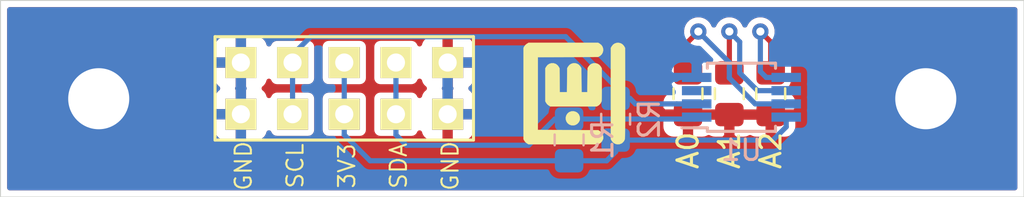
<source format=kicad_pcb>
(kicad_pcb (version 20171130) (host pcbnew 5.1.5-52549c5~84~ubuntu18.04.1)

  (general
    (thickness 1.6)
    (drawings 9)
    (tracks 52)
    (zones 0)
    (modules 10)
    (nets 9)
  )

  (page A4)
  (layers
    (0 F.Cu signal)
    (31 B.Cu signal)
    (32 B.Adhes user)
    (33 F.Adhes user)
    (34 B.Paste user)
    (35 F.Paste user)
    (36 B.SilkS user)
    (37 F.SilkS user)
    (38 B.Mask user)
    (39 F.Mask user)
    (40 Dwgs.User user)
    (41 Cmts.User user)
    (42 Eco1.User user)
    (43 Eco2.User user)
    (44 Edge.Cuts user)
    (45 Margin user)
    (46 B.CrtYd user hide)
    (47 F.CrtYd user hide)
    (48 B.Fab user hide)
    (49 F.Fab user hide)
  )

  (setup
    (last_trace_width 0.254)
    (user_trace_width 0.254)
    (user_trace_width 0.5)
    (trace_clearance 0.2)
    (zone_clearance 0.508)
    (zone_45_only no)
    (trace_min 0.2)
    (via_size 0.8)
    (via_drill 0.4)
    (via_min_size 0.4)
    (via_min_drill 0.3)
    (uvia_size 0.3)
    (uvia_drill 0.1)
    (uvias_allowed no)
    (uvia_min_size 0.2)
    (uvia_min_drill 0.1)
    (edge_width 0.05)
    (segment_width 0.2)
    (pcb_text_width 0.3)
    (pcb_text_size 1.5 1.5)
    (mod_edge_width 0.12)
    (mod_text_size 1 1)
    (mod_text_width 0.15)
    (pad_size 1.524 1.524)
    (pad_drill 0.762)
    (pad_to_mask_clearance 0.051)
    (solder_mask_min_width 0.25)
    (aux_axis_origin 0 0)
    (visible_elements FFFFFF7F)
    (pcbplotparams
      (layerselection 0x010fc_ffffffff)
      (usegerberextensions false)
      (usegerberattributes false)
      (usegerberadvancedattributes false)
      (creategerberjobfile true)
      (excludeedgelayer true)
      (linewidth 0.100000)
      (plotframeref false)
      (viasonmask false)
      (mode 1)
      (useauxorigin false)
      (hpglpennumber 1)
      (hpglpenspeed 20)
      (hpglpendiameter 15.000000)
      (psnegative false)
      (psa4output false)
      (plotreference true)
      (plotvalue true)
      (plotinvisibletext false)
      (padsonsilk false)
      (subtractmaskfromsilk false)
      (outputformat 1)
      (mirror false)
      (drillshape 0)
      (scaleselection 1)
      (outputdirectory "gerber/"))
  )

  (net 0 "")
  (net 1 GND)
  (net 2 /sda)
  (net 3 +3V3)
  (net 4 /scl)
  (net 5 "Net-(J2-Pad2)")
  (net 6 "Net-(J3-Pad2)")
  (net 7 "Net-(J4-Pad2)")
  (net 8 "Net-(U1-Pad3)")

  (net_class Default "This is the default net class."
    (clearance 0.2)
    (trace_width 0.25)
    (via_dia 0.8)
    (via_drill 0.4)
    (uvia_dia 0.3)
    (uvia_drill 0.1)
    (add_net +3V3)
    (add_net /scl)
    (add_net /sda)
    (add_net GND)
    (add_net "Net-(J2-Pad2)")
    (add_net "Net-(J3-Pad2)")
    (add_net "Net-(J4-Pad2)")
    (add_net "Net-(U1-Pad3)")
  )

  (module silk_screen:logo_5mm (layer F.Cu) (tedit 0) (tstamp 5E183E25)
    (at 145.288 101.346 90)
    (fp_text reference G*** (at 0 0 90) (layer F.SilkS) hide
      (effects (font (size 1.524 1.524) (thickness 0.3)))
    )
    (fp_text value LOGO (at 0.75 0 90) (layer F.SilkS) hide
      (effects (font (size 1.524 1.524) (thickness 0.3)))
    )
    (fp_poly (pts (xy -1.080185 -0.394483) (xy -0.994524 -0.344406) (xy -0.925098 -0.268145) (xy -0.912582 -0.247705)
      (xy -0.875328 -0.149173) (xy -0.868367 -0.046173) (xy -0.889793 0.053607) (xy -0.937703 0.14248)
      (xy -1.01019 0.212759) (xy -1.029777 0.225273) (xy -1.112354 0.260389) (xy -1.202743 0.277812)
      (xy -1.285969 0.275187) (xy -1.309995 0.269304) (xy -1.410444 0.22055) (xy -1.48805 0.14931)
      (xy -1.540444 0.061527) (xy -1.565255 -0.036853) (xy -1.560114 -0.139886) (xy -1.522649 -0.241627)
      (xy -1.517407 -0.250865) (xy -1.451114 -0.332239) (xy -1.367543 -0.387252) (xy -1.273397 -0.415941)
      (xy -1.175376 -0.418339) (xy -1.080185 -0.394483)) (layer F.SilkS) (width 0.01))
    (fp_poly (pts (xy 1.320944 -1.377516) (xy 1.403486 -1.31109) (xy 1.460543 -1.22501) (xy 1.49025 -1.126487)
      (xy 1.490747 -1.022733) (xy 1.460169 -0.92096) (xy 1.445857 -0.893924) (xy 1.385289 -0.818042)
      (xy 1.320944 -0.768963) (xy 1.243169 -0.724437) (xy 0.071549 -0.713681) (xy 0.071549 -0.359559)
      (xy 1.243169 -0.348803) (xy 1.320944 -0.304277) (xy 1.403242 -0.238625) (xy 1.459181 -0.155434)
      (xy 1.488728 -0.061387) (xy 1.491853 0.036832) (xy 1.468521 0.132542) (xy 1.418702 0.219058)
      (xy 1.342364 0.289698) (xy 1.323854 0.301367) (xy 1.243169 0.348803) (xy 0.071549 0.359559)
      (xy 0.071549 0.642131) (xy 1.243169 0.652887) (xy 1.320944 0.697413) (xy 1.403242 0.763065)
      (xy 1.459181 0.846256) (xy 1.488728 0.940303) (xy 1.491853 1.038522) (xy 1.468521 1.134232)
      (xy 1.418702 1.220748) (xy 1.342364 1.291389) (xy 1.323854 1.303057) (xy 1.243169 1.350493)
      (xy 0.456127 1.353784) (xy 0.290013 1.354138) (xy 0.13362 1.353818) (xy -0.009136 1.35288)
      (xy -0.134341 1.351377) (xy -0.238079 1.349367) (xy -0.316434 1.346904) (xy -0.365492 1.344042)
      (xy -0.379855 1.341983) (xy -0.481275 1.293607) (xy -0.561873 1.219689) (xy -0.590963 1.176975)
      (xy -0.635 1.10007) (xy -0.635 -1.17162) (xy -0.587564 -1.252305) (xy -0.527074 -1.328071)
      (xy -0.462353 -1.377516) (xy -0.384578 -1.422042) (xy 1.243169 -1.422042) (xy 1.320944 -1.377516)) (layer F.SilkS) (width 0.01))
    (fp_poly (pts (xy 2.322634 -2.450756) (xy 2.397063 -2.391603) (xy 2.447845 -2.325545) (xy 2.495282 -2.244859)
      (xy 2.495282 1.17162) (xy 2.447845 1.252305) (xy 2.381195 1.333967) (xy 2.297327 1.389103)
      (xy 2.202926 1.417745) (xy 2.104674 1.419925) (xy 2.009254 1.395676) (xy 1.92335 1.345028)
      (xy 1.853644 1.268015) (xy 1.842202 1.249395) (xy 1.797676 1.17162) (xy 1.792804 -0.308556)
      (xy 1.787931 -1.788733) (xy -1.787932 -1.788733) (xy -1.792804 -0.308556) (xy -1.797676 1.17162)
      (xy -1.842202 1.249395) (xy -1.903294 1.324322) (xy -1.985623 1.381319) (xy -2.079577 1.41641)
      (xy -2.175544 1.425614) (xy -2.240136 1.414092) (xy -2.342711 1.364387) (xy -2.423268 1.28985)
      (xy -2.451245 1.248524) (xy -2.495282 1.17162) (xy -2.495282 -2.244859) (xy -2.447846 -2.325545)
      (xy -2.387356 -2.40131) (xy -2.322634 -2.450756) (xy -2.244859 -2.495282) (xy 2.244859 -2.495282)
      (xy 2.322634 -2.450756)) (layer F.SilkS) (width 0.01))
    (fp_poly (pts (xy 2.322634 1.842202) (xy 2.404615 1.907694) (xy 2.460384 1.990821) (xy 2.489941 2.084872)
      (xy 2.493287 2.183135) (xy 2.470421 2.278899) (xy 2.421343 2.365453) (xy 2.346053 2.436085)
      (xy 2.322634 2.450755) (xy 2.244859 2.495282) (xy 0.026831 2.498357) (xy -0.252759 2.498625)
      (xy -0.522938 2.498654) (xy -0.781493 2.498453) (xy -1.02621 2.498034) (xy -1.254873 2.49741)
      (xy -1.46527 2.496591) (xy -1.655185 2.495588) (xy -1.822404 2.494415) (xy -1.964713 2.493081)
      (xy -2.079898 2.491599) (xy -2.165744 2.48998) (xy -2.220038 2.488235) (xy -2.240136 2.486555)
      (xy -2.340825 2.438882) (xy -2.420949 2.365653) (xy -2.450724 2.321764) (xy -2.488345 2.221852)
      (xy -2.494548 2.11789) (xy -2.471313 2.017292) (xy -2.420621 1.927471) (xy -2.344451 1.855842)
      (xy -2.322634 1.842202) (xy -2.244859 1.797676) (xy 2.244859 1.797676) (xy 2.322634 1.842202)) (layer F.SilkS) (width 0.01))
  )

  (module Package_SO:MSOP-8_3x3mm_P0.65mm (layer B.Cu) (tedit 5A02F25C) (tstamp 5E183722)
    (at 153.502 101.529)
    (descr "8-Lead Plastic Micro Small Outline Package (MS) [MSOP] (see Microchip Packaging Specification 00000049BS.pdf)")
    (tags "SSOP 0.65")
    (path /5E17B528)
    (attr smd)
    (fp_text reference U1 (at 0 2.6 180) (layer B.SilkS)
      (effects (font (size 1 1) (thickness 0.15)) (justify mirror))
    )
    (fp_text value MCP9804_MSOP (at 0 -2.6 180) (layer B.Fab)
      (effects (font (size 1 1) (thickness 0.15)) (justify mirror))
    )
    (fp_text user %R (at 0 0 180) (layer B.Fab)
      (effects (font (size 0.6 0.6) (thickness 0.15)) (justify mirror))
    )
    (fp_line (start -1.675 1.5) (end -2.925 1.5) (layer B.SilkS) (width 0.15))
    (fp_line (start -1.675 -1.675) (end 1.675 -1.675) (layer B.SilkS) (width 0.15))
    (fp_line (start -1.675 1.675) (end 1.675 1.675) (layer B.SilkS) (width 0.15))
    (fp_line (start -1.675 -1.675) (end -1.675 -1.425) (layer B.SilkS) (width 0.15))
    (fp_line (start 1.675 -1.675) (end 1.675 -1.425) (layer B.SilkS) (width 0.15))
    (fp_line (start 1.675 1.675) (end 1.675 1.425) (layer B.SilkS) (width 0.15))
    (fp_line (start -1.675 1.675) (end -1.675 1.5) (layer B.SilkS) (width 0.15))
    (fp_line (start -3.2 -1.85) (end 3.2 -1.85) (layer B.CrtYd) (width 0.05))
    (fp_line (start -3.2 1.85) (end 3.2 1.85) (layer B.CrtYd) (width 0.05))
    (fp_line (start 3.2 1.85) (end 3.2 -1.85) (layer B.CrtYd) (width 0.05))
    (fp_line (start -3.2 1.85) (end -3.2 -1.85) (layer B.CrtYd) (width 0.05))
    (fp_line (start -1.5 0.5) (end -0.5 1.5) (layer B.Fab) (width 0.15))
    (fp_line (start -1.5 -1.5) (end -1.5 0.5) (layer B.Fab) (width 0.15))
    (fp_line (start 1.5 -1.5) (end -1.5 -1.5) (layer B.Fab) (width 0.15))
    (fp_line (start 1.5 1.5) (end 1.5 -1.5) (layer B.Fab) (width 0.15))
    (fp_line (start -0.5 1.5) (end 1.5 1.5) (layer B.Fab) (width 0.15))
    (pad 8 smd rect (at 2.2 0.975) (size 1.45 0.45) (layers B.Cu B.Paste B.Mask)
      (net 3 +3V3))
    (pad 7 smd rect (at 2.2 0.325) (size 1.45 0.45) (layers B.Cu B.Paste B.Mask)
      (net 5 "Net-(J2-Pad2)"))
    (pad 6 smd rect (at 2.2 -0.325) (size 1.45 0.45) (layers B.Cu B.Paste B.Mask)
      (net 6 "Net-(J3-Pad2)"))
    (pad 5 smd rect (at 2.2 -0.975) (size 1.45 0.45) (layers B.Cu B.Paste B.Mask)
      (net 7 "Net-(J4-Pad2)"))
    (pad 4 smd rect (at -2.2 -0.975) (size 1.45 0.45) (layers B.Cu B.Paste B.Mask)
      (net 1 GND))
    (pad 3 smd rect (at -2.2 -0.325) (size 1.45 0.45) (layers B.Cu B.Paste B.Mask)
      (net 8 "Net-(U1-Pad3)"))
    (pad 2 smd rect (at -2.2 0.325) (size 1.45 0.45) (layers B.Cu B.Paste B.Mask)
      (net 4 /scl))
    (pad 1 smd rect (at -2.2 0.975) (size 1.45 0.45) (layers B.Cu B.Paste B.Mask)
      (net 2 /sda))
    (model ${KISYS3DMOD}/Package_SO.3dshapes/MSOP-8_3x3mm_P0.65mm.wrl
      (at (xyz 0 0 0))
      (scale (xyz 1 1 1))
      (rotate (xyz 0 0 0))
    )
  )

  (module Resistor_SMD:R_0805_2012Metric_Pad1.15x1.40mm_HandSolder (layer B.Cu) (tedit 5B36C52B) (tstamp 5E183705)
    (at 147.32 102.607 90)
    (descr "Resistor SMD 0805 (2012 Metric), square (rectangular) end terminal, IPC_7351 nominal with elongated pad for handsoldering. (Body size source: https://docs.google.com/spreadsheets/d/1BsfQQcO9C6DZCsRaXUlFlo91Tg2WpOkGARC1WS5S8t0/edit?usp=sharing), generated with kicad-footprint-generator")
    (tags "resistor handsolder")
    (path /5E193A94)
    (attr smd)
    (fp_text reference R2 (at 0 1.65 90) (layer B.SilkS)
      (effects (font (size 1 1) (thickness 0.15)) (justify mirror))
    )
    (fp_text value 4k7 (at 0 -1.65 90) (layer B.Fab)
      (effects (font (size 1 1) (thickness 0.15)) (justify mirror))
    )
    (fp_text user %R (at 0 0 90) (layer B.Fab)
      (effects (font (size 0.5 0.5) (thickness 0.08)) (justify mirror))
    )
    (fp_line (start 1.85 -0.95) (end -1.85 -0.95) (layer B.CrtYd) (width 0.05))
    (fp_line (start 1.85 0.95) (end 1.85 -0.95) (layer B.CrtYd) (width 0.05))
    (fp_line (start -1.85 0.95) (end 1.85 0.95) (layer B.CrtYd) (width 0.05))
    (fp_line (start -1.85 -0.95) (end -1.85 0.95) (layer B.CrtYd) (width 0.05))
    (fp_line (start -0.261252 -0.71) (end 0.261252 -0.71) (layer B.SilkS) (width 0.12))
    (fp_line (start -0.261252 0.71) (end 0.261252 0.71) (layer B.SilkS) (width 0.12))
    (fp_line (start 1 -0.6) (end -1 -0.6) (layer B.Fab) (width 0.1))
    (fp_line (start 1 0.6) (end 1 -0.6) (layer B.Fab) (width 0.1))
    (fp_line (start -1 0.6) (end 1 0.6) (layer B.Fab) (width 0.1))
    (fp_line (start -1 -0.6) (end -1 0.6) (layer B.Fab) (width 0.1))
    (pad 2 smd roundrect (at 1.025 0 90) (size 1.15 1.4) (layers B.Cu B.Paste B.Mask) (roundrect_rratio 0.217391)
      (net 4 /scl))
    (pad 1 smd roundrect (at -1.025 0 90) (size 1.15 1.4) (layers B.Cu B.Paste B.Mask) (roundrect_rratio 0.217391)
      (net 3 +3V3))
    (model ${KISYS3DMOD}/Resistor_SMD.3dshapes/R_0805_2012Metric.wrl
      (at (xyz 0 0 0))
      (scale (xyz 1 1 1))
      (rotate (xyz 0 0 0))
    )
  )

  (module Resistor_SMD:R_0805_2012Metric_Pad1.15x1.40mm_HandSolder (layer B.Cu) (tedit 5B36C52B) (tstamp 5E1836F4)
    (at 145.034 103.623 90)
    (descr "Resistor SMD 0805 (2012 Metric), square (rectangular) end terminal, IPC_7351 nominal with elongated pad for handsoldering. (Body size source: https://docs.google.com/spreadsheets/d/1BsfQQcO9C6DZCsRaXUlFlo91Tg2WpOkGARC1WS5S8t0/edit?usp=sharing), generated with kicad-footprint-generator")
    (tags "resistor handsolder")
    (path /5E19357F)
    (attr smd)
    (fp_text reference R1 (at 0 1.65 90) (layer B.SilkS)
      (effects (font (size 1 1) (thickness 0.15)) (justify mirror))
    )
    (fp_text value 4k7 (at 0 -1.65 90) (layer B.Fab)
      (effects (font (size 1 1) (thickness 0.15)) (justify mirror))
    )
    (fp_text user %R (at 0 0 90) (layer B.Fab)
      (effects (font (size 0.5 0.5) (thickness 0.08)) (justify mirror))
    )
    (fp_line (start 1.85 -0.95) (end -1.85 -0.95) (layer B.CrtYd) (width 0.05))
    (fp_line (start 1.85 0.95) (end 1.85 -0.95) (layer B.CrtYd) (width 0.05))
    (fp_line (start -1.85 0.95) (end 1.85 0.95) (layer B.CrtYd) (width 0.05))
    (fp_line (start -1.85 -0.95) (end -1.85 0.95) (layer B.CrtYd) (width 0.05))
    (fp_line (start -0.261252 -0.71) (end 0.261252 -0.71) (layer B.SilkS) (width 0.12))
    (fp_line (start -0.261252 0.71) (end 0.261252 0.71) (layer B.SilkS) (width 0.12))
    (fp_line (start 1 -0.6) (end -1 -0.6) (layer B.Fab) (width 0.1))
    (fp_line (start 1 0.6) (end 1 -0.6) (layer B.Fab) (width 0.1))
    (fp_line (start -1 0.6) (end 1 0.6) (layer B.Fab) (width 0.1))
    (fp_line (start -1 -0.6) (end -1 0.6) (layer B.Fab) (width 0.1))
    (pad 2 smd roundrect (at 1.025 0 90) (size 1.15 1.4) (layers B.Cu B.Paste B.Mask) (roundrect_rratio 0.217391)
      (net 2 /sda))
    (pad 1 smd roundrect (at -1.025 0 90) (size 1.15 1.4) (layers B.Cu B.Paste B.Mask) (roundrect_rratio 0.217391)
      (net 3 +3V3))
    (model ${KISYS3DMOD}/Resistor_SMD.3dshapes/R_0805_2012Metric.wrl
      (at (xyz 0 0 0))
      (scale (xyz 1 1 1))
      (rotate (xyz 0 0 0))
    )
  )

  (module Mlab_Mechanical:MountingHole_3mm placed (layer F.Cu) (tedit 5A99DD0D) (tstamp 5E1836E3)
    (at 162.56 101.6)
    (descr "Mounting hole, Befestigungsbohrung, 3mm, No Annular, Kein Restring,")
    (tags "Mounting hole, Befestigungsbohrung, 3mm, No Annular, Kein Restring,")
    (path /5E17BD67)
    (fp_text reference M2 (at 0 -4.191) (layer F.SilkS) hide
      (effects (font (size 1.524 1.524) (thickness 0.3048)))
    )
    (fp_text value HOLE (at 0 4.191) (layer F.SilkS) hide
      (effects (font (size 1.524 1.524) (thickness 0.3048)))
    )
    (fp_circle (center 0 0) (end 2.99974 0) (layer Cmts.User) (width 0.381))
    (pad 1 thru_hole circle (at 0 0) (size 6 6) (drill 3) (layers *.Cu *.Adhes *.Mask)
      (net 1 GND) (clearance 1) (zone_connect 2))
    (model ${MLAB}/src/3d/mechanical/m3_komplet.step
      (at (xyz 0 0 0))
      (scale (xyz 1 1 1))
      (rotate (xyz 0 0 0))
    )
  )

  (module Mlab_Mechanical:MountingHole_3mm placed (layer F.Cu) (tedit 5A99DD0D) (tstamp 5E1836DD)
    (at 121.92 101.6)
    (descr "Mounting hole, Befestigungsbohrung, 3mm, No Annular, Kein Restring,")
    (tags "Mounting hole, Befestigungsbohrung, 3mm, No Annular, Kein Restring,")
    (path /5E17B9D5)
    (fp_text reference M1 (at 0 -4.191) (layer F.SilkS) hide
      (effects (font (size 1.524 1.524) (thickness 0.3048)))
    )
    (fp_text value HOLE (at 0 4.191) (layer F.SilkS) hide
      (effects (font (size 1.524 1.524) (thickness 0.3048)))
    )
    (fp_circle (center 0 0) (end 2.99974 0) (layer Cmts.User) (width 0.381))
    (pad 1 thru_hole circle (at 0 0) (size 6 6) (drill 3) (layers *.Cu *.Adhes *.Mask)
      (net 1 GND) (clearance 1) (zone_connect 2))
    (model ${MLAB}/src/3d/mechanical/m3_komplet.step
      (at (xyz 0 0 0))
      (scale (xyz 1 1 1))
      (rotate (xyz 0 0 0))
    )
  )

  (module Resistor_SMD:R_0805_2012Metric_Pad1.15x1.40mm_HandSolder (layer F.Cu) (tedit 5B36C52B) (tstamp 5E1836D7)
    (at 154.94 101.355 90)
    (descr "Resistor SMD 0805 (2012 Metric), square (rectangular) end terminal, IPC_7351 nominal with elongated pad for handsoldering. (Body size source: https://docs.google.com/spreadsheets/d/1BsfQQcO9C6DZCsRaXUlFlo91Tg2WpOkGARC1WS5S8t0/edit?usp=sharing), generated with kicad-footprint-generator")
    (tags "resistor handsolder")
    (path /5E18594D)
    (attr smd)
    (fp_text reference A2 (at -2.785 0 90) (layer F.SilkS)
      (effects (font (size 1 1) (thickness 0.15)))
    )
    (fp_text value HEADER_2x01 (at 0 1.65 90) (layer F.Fab) hide
      (effects (font (size 1 1) (thickness 0.15)))
    )
    (fp_text user %R (at 0 0 90) (layer F.Fab) hide
      (effects (font (size 0.5 0.5) (thickness 0.08)))
    )
    (fp_line (start 1.85 0.95) (end -1.85 0.95) (layer F.CrtYd) (width 0.05))
    (fp_line (start 1.85 -0.95) (end 1.85 0.95) (layer F.CrtYd) (width 0.05))
    (fp_line (start -1.85 -0.95) (end 1.85 -0.95) (layer F.CrtYd) (width 0.05))
    (fp_line (start -1.85 0.95) (end -1.85 -0.95) (layer F.CrtYd) (width 0.05))
    (fp_line (start -0.261252 0.71) (end 0.261252 0.71) (layer F.SilkS) (width 0.12))
    (fp_line (start -0.261252 -0.71) (end 0.261252 -0.71) (layer F.SilkS) (width 0.12))
    (fp_line (start 1 0.6) (end -1 0.6) (layer F.Fab) (width 0.1))
    (fp_line (start 1 -0.6) (end 1 0.6) (layer F.Fab) (width 0.1))
    (fp_line (start -1 -0.6) (end 1 -0.6) (layer F.Fab) (width 0.1))
    (fp_line (start -1 0.6) (end -1 -0.6) (layer F.Fab) (width 0.1))
    (pad 2 smd roundrect (at 1.025 0 90) (size 1.15 1.4) (layers F.Cu F.Paste F.Mask) (roundrect_rratio 0.217391)
      (net 7 "Net-(J4-Pad2)"))
    (pad 1 smd roundrect (at -1.025 0 90) (size 1.15 1.4) (layers F.Cu F.Paste F.Mask) (roundrect_rratio 0.217391)
      (net 1 GND))
    (model ${KISYS3DMOD}/Resistor_SMD.3dshapes/R_0805_2012Metric.wrl
      (at (xyz 0 0 0))
      (scale (xyz 1 1 1))
      (rotate (xyz 0 0 0))
    )
  )

  (module Resistor_SMD:R_0805_2012Metric_Pad1.15x1.40mm_HandSolder (layer F.Cu) (tedit 5B36C52B) (tstamp 5E1836C6)
    (at 152.908 101.355 90)
    (descr "Resistor SMD 0805 (2012 Metric), square (rectangular) end terminal, IPC_7351 nominal with elongated pad for handsoldering. (Body size source: https://docs.google.com/spreadsheets/d/1BsfQQcO9C6DZCsRaXUlFlo91Tg2WpOkGARC1WS5S8t0/edit?usp=sharing), generated with kicad-footprint-generator")
    (tags "resistor handsolder")
    (path /5E185559)
    (attr smd)
    (fp_text reference A1 (at -2.785 0 90) (layer F.SilkS)
      (effects (font (size 1 1) (thickness 0.15)))
    )
    (fp_text value HEADER_2x01 (at 0 1.65 90) (layer F.Fab) hide
      (effects (font (size 1 1) (thickness 0.15)))
    )
    (fp_text user %R (at 0 0 90) (layer F.Fab) hide
      (effects (font (size 0.5 0.5) (thickness 0.08)))
    )
    (fp_line (start 1.85 0.95) (end -1.85 0.95) (layer F.CrtYd) (width 0.05))
    (fp_line (start 1.85 -0.95) (end 1.85 0.95) (layer F.CrtYd) (width 0.05))
    (fp_line (start -1.85 -0.95) (end 1.85 -0.95) (layer F.CrtYd) (width 0.05))
    (fp_line (start -1.85 0.95) (end -1.85 -0.95) (layer F.CrtYd) (width 0.05))
    (fp_line (start -0.261252 0.71) (end 0.261252 0.71) (layer F.SilkS) (width 0.12))
    (fp_line (start -0.261252 -0.71) (end 0.261252 -0.71) (layer F.SilkS) (width 0.12))
    (fp_line (start 1 0.6) (end -1 0.6) (layer F.Fab) (width 0.1))
    (fp_line (start 1 -0.6) (end 1 0.6) (layer F.Fab) (width 0.1))
    (fp_line (start -1 -0.6) (end 1 -0.6) (layer F.Fab) (width 0.1))
    (fp_line (start -1 0.6) (end -1 -0.6) (layer F.Fab) (width 0.1))
    (pad 2 smd roundrect (at 1.025 0 90) (size 1.15 1.4) (layers F.Cu F.Paste F.Mask) (roundrect_rratio 0.217391)
      (net 6 "Net-(J3-Pad2)"))
    (pad 1 smd roundrect (at -1.025 0 90) (size 1.15 1.4) (layers F.Cu F.Paste F.Mask) (roundrect_rratio 0.217391)
      (net 1 GND))
    (model ${KISYS3DMOD}/Resistor_SMD.3dshapes/R_0805_2012Metric.wrl
      (at (xyz 0 0 0))
      (scale (xyz 1 1 1))
      (rotate (xyz 0 0 0))
    )
  )

  (module Resistor_SMD:R_0805_2012Metric_Pad1.15x1.40mm_HandSolder (layer F.Cu) (tedit 5B36C52B) (tstamp 5E1836B5)
    (at 150.876 101.355 90)
    (descr "Resistor SMD 0805 (2012 Metric), square (rectangular) end terminal, IPC_7351 nominal with elongated pad for handsoldering. (Body size source: https://docs.google.com/spreadsheets/d/1BsfQQcO9C6DZCsRaXUlFlo91Tg2WpOkGARC1WS5S8t0/edit?usp=sharing), generated with kicad-footprint-generator")
    (tags "resistor handsolder")
    (path /5E185BE5)
    (attr smd)
    (fp_text reference A0 (at -2.785 0 90) (layer F.SilkS)
      (effects (font (size 1 1) (thickness 0.15)))
    )
    (fp_text value HEADER_2x01 (at 0 1.65 90) (layer F.Fab) hide
      (effects (font (size 1 1) (thickness 0.15)))
    )
    (fp_text user %R (at 0 0 90) (layer F.Fab) hide
      (effects (font (size 0.5 0.5) (thickness 0.08)))
    )
    (fp_line (start 1.85 0.95) (end -1.85 0.95) (layer F.CrtYd) (width 0.05))
    (fp_line (start 1.85 -0.95) (end 1.85 0.95) (layer F.CrtYd) (width 0.05))
    (fp_line (start -1.85 -0.95) (end 1.85 -0.95) (layer F.CrtYd) (width 0.05))
    (fp_line (start -1.85 0.95) (end -1.85 -0.95) (layer F.CrtYd) (width 0.05))
    (fp_line (start -0.261252 0.71) (end 0.261252 0.71) (layer F.SilkS) (width 0.12))
    (fp_line (start -0.261252 -0.71) (end 0.261252 -0.71) (layer F.SilkS) (width 0.12))
    (fp_line (start 1 0.6) (end -1 0.6) (layer F.Fab) (width 0.1))
    (fp_line (start 1 -0.6) (end 1 0.6) (layer F.Fab) (width 0.1))
    (fp_line (start -1 -0.6) (end 1 -0.6) (layer F.Fab) (width 0.1))
    (fp_line (start -1 0.6) (end -1 -0.6) (layer F.Fab) (width 0.1))
    (pad 2 smd roundrect (at 1.025 0 90) (size 1.15 1.4) (layers F.Cu F.Paste F.Mask) (roundrect_rratio 0.217391)
      (net 5 "Net-(J2-Pad2)"))
    (pad 1 smd roundrect (at -1.025 0 90) (size 1.15 1.4) (layers F.Cu F.Paste F.Mask) (roundrect_rratio 0.217391)
      (net 1 GND))
    (model ${KISYS3DMOD}/Resistor_SMD.3dshapes/R_0805_2012Metric.wrl
      (at (xyz 0 0 0))
      (scale (xyz 1 1 1))
      (rotate (xyz 0 0 0))
    )
  )

  (module Mlab_Pin_Headers:Straight_2x05 (layer F.Cu) (tedit 5C6D1A14) (tstamp 5E1836A4)
    (at 133.985 101.092 90)
    (descr "pin header straight 2x05")
    (tags "pin header straight 2x05")
    (path /5E17A67A)
    (fp_text reference J1 (at 0 -7.62 90) (layer F.SilkS) hide
      (effects (font (size 1.5 1.5) (thickness 0.15)))
    )
    (fp_text value HEADER_2x05_PARALLEL (at 0 7.62 90) (layer F.SilkS) hide
      (effects (font (size 1.5 1.5) (thickness 0.15)))
    )
    (fp_line (start -2.54 6.35) (end -2.54 -6.35) (layer F.SilkS) (width 0.15))
    (fp_line (start 2.54 6.35) (end -2.54 6.35) (layer F.SilkS) (width 0.15))
    (fp_line (start 2.54 -6.35) (end 2.54 6.35) (layer F.SilkS) (width 0.15))
    (fp_line (start -2.54 -6.35) (end 2.54 -6.35) (layer F.SilkS) (width 0.15))
    (fp_text user 1 (at -2.921 -5.08 90) (layer F.SilkS) hide
      (effects (font (size 0.5 0.5) (thickness 0.05)))
    )
    (pad 10 thru_hole rect (at 1.27 5.08 90) (size 1.524 1.524) (drill 0.889) (layers *.Cu *.Mask F.SilkS)
      (net 1 GND))
    (pad 9 thru_hole rect (at -1.27 5.08 90) (size 1.524 1.524) (drill 0.889) (layers *.Cu *.Mask F.SilkS)
      (net 1 GND))
    (pad 8 thru_hole rect (at 1.27 2.54 90) (size 1.524 1.524) (drill 0.889) (layers *.Cu *.Mask F.SilkS)
      (net 2 /sda))
    (pad 7 thru_hole rect (at -1.27 2.54 90) (size 1.524 1.524) (drill 0.889) (layers *.Cu *.Mask F.SilkS)
      (net 2 /sda))
    (pad 6 thru_hole rect (at 1.27 0 90) (size 1.524 1.524) (drill 0.889) (layers *.Cu *.Mask F.SilkS)
      (net 3 +3V3))
    (pad 5 thru_hole rect (at -1.27 0 90) (size 1.524 1.524) (drill 0.889) (layers *.Cu *.Mask F.SilkS)
      (net 3 +3V3))
    (pad 4 thru_hole rect (at 1.27 -2.54 90) (size 1.524 1.524) (drill 0.889) (layers *.Cu *.Mask F.SilkS)
      (net 4 /scl))
    (pad 3 thru_hole rect (at -1.27 -2.54 90) (size 1.524 1.524) (drill 0.889) (layers *.Cu *.Mask F.SilkS)
      (net 4 /scl))
    (pad 2 thru_hole rect (at 1.27 -5.08 90) (size 1.524 1.524) (drill 0.889) (layers *.Cu *.Mask F.SilkS)
      (net 1 GND))
    (pad 1 thru_hole rect (at -1.27 -5.08 90) (size 1.524 1.524) (drill 0.889) (layers *.Cu *.Mask F.SilkS)
      (net 1 GND))
    (model ${KISYS3DMOD}/Connector_PinHeader_2.54mm.3dshapes/PinHeader_2x05_P2.54mm_Vertical.wrl
      (offset (xyz -1.27 5.08 0))
      (scale (xyz 1 1 1))
      (rotate (xyz 0 0 0))
    )
  )

  (gr_text SCL (at 131.572 104.902 90) (layer F.SilkS) (tstamp 5E1DFA68)
    (effects (font (size 0.8 0.8) (thickness 0.1)))
  )
  (gr_text SDA (at 136.652 104.902 90) (layer F.SilkS) (tstamp 5E1DFA66)
    (effects (font (size 0.8 0.8) (thickness 0.1)))
  )
  (gr_text 3V3 (at 134.112 104.902 90) (layer F.SilkS) (tstamp 5E1DFA62)
    (effects (font (size 0.8 0.8) (thickness 0.1)))
  )
  (gr_text GND (at 139.192 104.902 90) (layer F.SilkS) (tstamp 5E1DFA5A)
    (effects (font (size 0.8 0.8) (thickness 0.1)))
  )
  (gr_text GND (at 129.032 104.902 90) (layer F.SilkS)
    (effects (font (size 0.8 0.8) (thickness 0.1)))
  )
  (gr_line (start 167.386 96.774) (end 167.386 106.426) (layer Edge.Cuts) (width 0.05) (tstamp 5E1837C7))
  (gr_line (start 117.094 96.774) (end 167.386 96.774) (layer Edge.Cuts) (width 0.05))
  (gr_line (start 117.094 106.426) (end 117.094 96.774) (layer Edge.Cuts) (width 0.05))
  (gr_line (start 167.386 106.426) (end 117.094 106.426) (layer Edge.Cuts) (width 0.05))

  (segment (start 151.208 102.598) (end 151.302 102.504) (width 0.254) (layer B.Cu) (net 2))
  (segment (start 145.034 102.598) (end 151.208 102.598) (width 0.254) (layer B.Cu) (net 2))
  (segment (start 136.525 101.934602) (end 136.525 102.362) (width 0.254) (layer B.Cu) (net 2))
  (segment (start 136.525 99.822) (end 136.525 101.934602) (width 0.254) (layer B.Cu) (net 2))
  (segment (start 136.525 103.378) (end 137.033 103.886) (width 0.254) (layer B.Cu) (net 2))
  (segment (start 136.525 102.362) (end 136.525 103.378) (width 0.254) (layer B.Cu) (net 2))
  (segment (start 144.334 102.598) (end 145.034 102.598) (width 0.254) (layer B.Cu) (net 2))
  (segment (start 137.033 103.886) (end 143.046 103.886) (width 0.254) (layer B.Cu) (net 2))
  (segment (start 143.046 103.886) (end 144.334 102.598) (width 0.254) (layer B.Cu) (net 2))
  (segment (start 155.702 102.983) (end 155.702 102.504) (width 0.254) (layer B.Cu) (net 3))
  (segment (start 147.32 103.632) (end 155.053 103.632) (width 0.254) (layer B.Cu) (net 3))
  (segment (start 155.053 103.632) (end 155.702 102.983) (width 0.254) (layer B.Cu) (net 3))
  (segment (start 147.32 104.207) (end 147.32 103.632) (width 0.254) (layer B.Cu) (net 3))
  (segment (start 145.034 104.648) (end 146.879 104.648) (width 0.254) (layer B.Cu) (net 3))
  (segment (start 146.879 104.648) (end 147.32 104.207) (width 0.254) (layer B.Cu) (net 3))
  (segment (start 133.985 99.822) (end 133.985 102.362) (width 0.254) (layer B.Cu) (net 3))
  (segment (start 144.334 104.648) (end 145.034 104.648) (width 0.254) (layer B.Cu) (net 3))
  (segment (start 135.255 104.648) (end 144.334 104.648) (width 0.254) (layer B.Cu) (net 3))
  (segment (start 133.985 102.362) (end 133.985 103.378) (width 0.254) (layer B.Cu) (net 3))
  (segment (start 133.985 103.378) (end 135.255 104.648) (width 0.254) (layer B.Cu) (net 3))
  (segment (start 150.323 101.854) (end 151.302 101.854) (width 0.254) (layer B.Cu) (net 4))
  (segment (start 148.292 101.854) (end 150.323 101.854) (width 0.254) (layer B.Cu) (net 4))
  (segment (start 147.32 101.582) (end 148.02 101.582) (width 0.254) (layer B.Cu) (net 4))
  (segment (start 148.02 101.582) (end 148.292 101.854) (width 0.254) (layer B.Cu) (net 4))
  (segment (start 131.445 102.362) (end 131.445 99.441) (width 0.254) (layer B.Cu) (net 4))
  (segment (start 131.445 99.441) (end 132.334 98.552) (width 0.254) (layer B.Cu) (net 4))
  (segment (start 147.32 101.007) (end 147.32 101.582) (width 0.254) (layer B.Cu) (net 4))
  (segment (start 132.334 98.552) (end 144.865 98.552) (width 0.254) (layer B.Cu) (net 4))
  (segment (start 144.865 98.552) (end 147.32 101.007) (width 0.254) (layer B.Cu) (net 4))
  (segment (start 155.702 101.854) (end 154.178 101.854) (width 0.254) (layer B.Cu) (net 5))
  (segment (start 154.178 101.854) (end 152.908 100.584) (width 0.254) (layer B.Cu) (net 5))
  (segment (start 152.908 100.584) (end 152.908 100.076) (width 0.254) (layer B.Cu) (net 5))
  (segment (start 152.908 100.076) (end 152.908 99.822) (width 0.254) (layer B.Cu) (net 5))
  (segment (start 152.908 99.822) (end 151.384 98.298) (width 0.254) (layer B.Cu) (net 5))
  (segment (start 151.384 98.298) (end 151.384 98.298) (width 0.254) (layer B.Cu) (net 5) (tstamp 5E1DF717))
  (via (at 151.384 98.298) (size 0.8) (drill 0.4) (layers F.Cu B.Cu) (net 5))
  (segment (start 150.876 98.806) (end 151.384 98.298) (width 0.254) (layer F.Cu) (net 5))
  (segment (start 150.876 100.33) (end 150.876 98.806) (width 0.254) (layer F.Cu) (net 5))
  (segment (start 155.702 101.204) (end 154.29 101.204) (width 0.254) (layer B.Cu) (net 6))
  (segment (start 154.29 101.204) (end 153.416 100.33) (width 0.254) (layer B.Cu) (net 6))
  (segment (start 153.416 100.33) (end 153.416 98.806) (width 0.254) (layer B.Cu) (net 6))
  (segment (start 153.416 98.806) (end 152.908 98.298) (width 0.254) (layer B.Cu) (net 6))
  (segment (start 152.908 98.298) (end 152.908 98.298) (width 0.254) (layer B.Cu) (net 6) (tstamp 5E1DF719))
  (via (at 152.908 98.298) (size 0.8) (drill 0.4) (layers F.Cu B.Cu) (net 6))
  (segment (start 152.908 100.33) (end 152.908 98.298) (width 0.254) (layer F.Cu) (net 6))
  (segment (start 154.723 100.554) (end 154.432 100.263) (width 0.254) (layer B.Cu) (net 7))
  (segment (start 155.702 100.554) (end 154.723 100.554) (width 0.254) (layer B.Cu) (net 7))
  (segment (start 154.432 100.263) (end 154.432 98.298) (width 0.254) (layer B.Cu) (net 7))
  (segment (start 154.432 98.298) (end 154.432 98.298) (width 0.254) (layer B.Cu) (net 7) (tstamp 5E1DF71B))
  (via (at 154.432 98.298) (size 0.8) (drill 0.4) (layers F.Cu B.Cu) (net 7))
  (segment (start 154.94 98.806) (end 154.432 98.298) (width 0.254) (layer F.Cu) (net 7))
  (segment (start 154.94 100.33) (end 154.94 98.806) (width 0.254) (layer F.Cu) (net 7))

  (zone (net 1) (net_name GND) (layer B.Cu) (tstamp 0) (hatch edge 0.508)
    (connect_pads (clearance 0.3))
    (min_thickness 0.254)
    (fill yes (arc_segments 32) (thermal_gap 0.508) (thermal_bridge_width 0.508))
    (polygon
      (pts
        (xy 167.386 106.426) (xy 117.094 106.426) (xy 117.094 96.774) (xy 167.386 96.774)
      )
    )
    (filled_polygon
      (pts
        (xy 166.934001 105.974) (xy 117.546 105.974) (xy 117.546 103.124) (xy 127.504928 103.124) (xy 127.517188 103.248482)
        (xy 127.553498 103.36818) (xy 127.612463 103.478494) (xy 127.691815 103.575185) (xy 127.788506 103.654537) (xy 127.89882 103.713502)
        (xy 128.018518 103.749812) (xy 128.143 103.762072) (xy 128.61925 103.759) (xy 128.778 103.60025) (xy 128.778 102.489)
        (xy 127.66675 102.489) (xy 127.508 102.64775) (xy 127.504928 103.124) (xy 117.546 103.124) (xy 117.546 100.584)
        (xy 127.504928 100.584) (xy 127.517188 100.708482) (xy 127.553498 100.82818) (xy 127.612463 100.938494) (xy 127.691815 101.035185)
        (xy 127.761044 101.092) (xy 127.691815 101.148815) (xy 127.612463 101.245506) (xy 127.553498 101.35582) (xy 127.517188 101.475518)
        (xy 127.504928 101.6) (xy 127.508 102.07625) (xy 127.66675 102.235) (xy 128.778 102.235) (xy 128.778 101.12375)
        (xy 128.74625 101.092) (xy 128.778 101.06025) (xy 128.778 99.949) (xy 127.66675 99.949) (xy 127.508 100.10775)
        (xy 127.504928 100.584) (xy 117.546 100.584) (xy 117.546 99.06) (xy 127.504928 99.06) (xy 127.508 99.53625)
        (xy 127.66675 99.695) (xy 128.778 99.695) (xy 128.778 98.58375) (xy 129.032 98.58375) (xy 129.032 99.695)
        (xy 129.052 99.695) (xy 129.052 99.949) (xy 129.032 99.949) (xy 129.032 101.06025) (xy 129.06375 101.092)
        (xy 129.032 101.12375) (xy 129.032 102.235) (xy 129.052 102.235) (xy 129.052 102.489) (xy 129.032 102.489)
        (xy 129.032 103.60025) (xy 129.19075 103.759) (xy 129.667 103.762072) (xy 129.791482 103.749812) (xy 129.91118 103.713502)
        (xy 130.021494 103.654537) (xy 130.118185 103.575185) (xy 130.197537 103.478494) (xy 130.256502 103.36818) (xy 130.28368 103.278587)
        (xy 130.286595 103.288196) (xy 130.326245 103.362376) (xy 130.379605 103.427395) (xy 130.444624 103.480755) (xy 130.518804 103.520405)
        (xy 130.599293 103.544822) (xy 130.683 103.553066) (xy 132.207 103.553066) (xy 132.290707 103.544822) (xy 132.371196 103.520405)
        (xy 132.445376 103.480755) (xy 132.510395 103.427395) (xy 132.563755 103.362376) (xy 132.603405 103.288196) (xy 132.627822 103.207707)
        (xy 132.636066 103.124) (xy 132.636066 101.6) (xy 132.627822 101.516293) (xy 132.603405 101.435804) (xy 132.563755 101.361624)
        (xy 132.510395 101.296605) (xy 132.445376 101.243245) (xy 132.371196 101.203595) (xy 132.290707 101.179178) (xy 132.207 101.170934)
        (xy 131.999 101.170934) (xy 131.999 101.013066) (xy 132.207 101.013066) (xy 132.290707 101.004822) (xy 132.371196 100.980405)
        (xy 132.445376 100.940755) (xy 132.510395 100.887395) (xy 132.563755 100.822376) (xy 132.603405 100.748196) (xy 132.627822 100.667707)
        (xy 132.636066 100.584) (xy 132.636066 99.106) (xy 132.793934 99.106) (xy 132.793934 100.584) (xy 132.802178 100.667707)
        (xy 132.826595 100.748196) (xy 132.866245 100.822376) (xy 132.919605 100.887395) (xy 132.984624 100.940755) (xy 133.058804 100.980405)
        (xy 133.139293 101.004822) (xy 133.223 101.013066) (xy 133.431 101.013066) (xy 133.431001 101.170934) (xy 133.223 101.170934)
        (xy 133.139293 101.179178) (xy 133.058804 101.203595) (xy 132.984624 101.243245) (xy 132.919605 101.296605) (xy 132.866245 101.361624)
        (xy 132.826595 101.435804) (xy 132.802178 101.516293) (xy 132.793934 101.6) (xy 132.793934 103.124) (xy 132.802178 103.207707)
        (xy 132.826595 103.288196) (xy 132.866245 103.362376) (xy 132.919605 103.427395) (xy 132.984624 103.480755) (xy 133.058804 103.520405)
        (xy 133.139293 103.544822) (xy 133.223 103.553066) (xy 133.459178 103.553066) (xy 133.470696 103.591032) (xy 133.522138 103.687275)
        (xy 133.573462 103.749812) (xy 133.591369 103.771632) (xy 133.612505 103.788979) (xy 134.844021 105.020495) (xy 134.861368 105.041632)
        (xy 134.945725 105.110863) (xy 135.041968 105.162305) (xy 135.146397 105.193984) (xy 135.227788 105.202) (xy 135.227797 105.202)
        (xy 135.254999 105.204679) (xy 135.282201 105.202) (xy 143.947261 105.202) (xy 143.956625 105.232868) (xy 144.019377 105.350269)
        (xy 144.103828 105.453172) (xy 144.206731 105.537623) (xy 144.324132 105.600375) (xy 144.45152 105.639018) (xy 144.583999 105.652066)
        (xy 145.484001 105.652066) (xy 145.61648 105.639018) (xy 145.743868 105.600375) (xy 145.861269 105.537623) (xy 145.964172 105.453172)
        (xy 146.048623 105.350269) (xy 146.111375 105.232868) (xy 146.120739 105.202) (xy 146.851796 105.202) (xy 146.879 105.204679)
        (xy 146.906204 105.202) (xy 146.906212 105.202) (xy 146.987603 105.193984) (xy 147.092032 105.162305) (xy 147.188275 105.110863)
        (xy 147.272632 105.041632) (xy 147.289983 105.02049) (xy 147.674408 104.636066) (xy 147.770001 104.636066) (xy 147.90248 104.623018)
        (xy 148.029868 104.584375) (xy 148.147269 104.521623) (xy 148.250172 104.437172) (xy 148.334623 104.334269) (xy 148.397375 104.216868)
        (xy 148.406739 104.186) (xy 155.025796 104.186) (xy 155.053 104.188679) (xy 155.080204 104.186) (xy 155.080212 104.186)
        (xy 155.161603 104.177984) (xy 155.266032 104.146305) (xy 155.362275 104.094863) (xy 155.446632 104.025632) (xy 155.463983 104.00449)
        (xy 156.0745 103.393975) (xy 156.095632 103.376632) (xy 156.112974 103.355501) (xy 156.112979 103.355496) (xy 156.164863 103.292275)
        (xy 156.216305 103.196032) (xy 156.227822 103.158066) (xy 156.427 103.158066) (xy 156.510707 103.149822) (xy 156.591196 103.125405)
        (xy 156.665376 103.085755) (xy 156.730395 103.032395) (xy 156.783755 102.967376) (xy 156.823405 102.893196) (xy 156.847822 102.812707)
        (xy 156.856066 102.729) (xy 156.856066 102.279) (xy 156.847822 102.195293) (xy 156.842879 102.179) (xy 156.847822 102.162707)
        (xy 156.856066 102.079) (xy 156.856066 101.629) (xy 156.847822 101.545293) (xy 156.842879 101.529) (xy 156.847822 101.512707)
        (xy 156.856066 101.429) (xy 156.856066 100.979) (xy 156.847822 100.895293) (xy 156.842879 100.879) (xy 156.847822 100.862707)
        (xy 156.856066 100.779) (xy 156.856066 100.329) (xy 156.847822 100.245293) (xy 156.823405 100.164804) (xy 156.783755 100.090624)
        (xy 156.730395 100.025605) (xy 156.665376 99.972245) (xy 156.591196 99.932595) (xy 156.510707 99.908178) (xy 156.427 99.899934)
        (xy 154.986 99.899934) (xy 154.986 98.913553) (xy 155.074372 98.825181) (xy 155.164877 98.689731) (xy 155.227218 98.539227)
        (xy 155.259 98.379452) (xy 155.259 98.216548) (xy 155.227218 98.056773) (xy 155.164877 97.906269) (xy 155.074372 97.770819)
        (xy 154.959181 97.655628) (xy 154.823731 97.565123) (xy 154.673227 97.502782) (xy 154.513452 97.471) (xy 154.350548 97.471)
        (xy 154.190773 97.502782) (xy 154.040269 97.565123) (xy 153.904819 97.655628) (xy 153.789628 97.770819) (xy 153.699123 97.906269)
        (xy 153.67 97.976578) (xy 153.640877 97.906269) (xy 153.550372 97.770819) (xy 153.435181 97.655628) (xy 153.299731 97.565123)
        (xy 153.149227 97.502782) (xy 152.989452 97.471) (xy 152.826548 97.471) (xy 152.666773 97.502782) (xy 152.516269 97.565123)
        (xy 152.380819 97.655628) (xy 152.265628 97.770819) (xy 152.175123 97.906269) (xy 152.146 97.976578) (xy 152.116877 97.906269)
        (xy 152.026372 97.770819) (xy 151.911181 97.655628) (xy 151.775731 97.565123) (xy 151.625227 97.502782) (xy 151.465452 97.471)
        (xy 151.302548 97.471) (xy 151.142773 97.502782) (xy 150.992269 97.565123) (xy 150.856819 97.655628) (xy 150.741628 97.770819)
        (xy 150.651123 97.906269) (xy 150.588782 98.056773) (xy 150.557 98.216548) (xy 150.557 98.379452) (xy 150.588782 98.539227)
        (xy 150.651123 98.689731) (xy 150.741628 98.825181) (xy 150.856819 98.940372) (xy 150.992269 99.030877) (xy 151.142773 99.093218)
        (xy 151.302548 99.125) (xy 151.427527 99.125) (xy 151.993693 99.691167) (xy 151.58775 99.694) (xy 151.429 99.85275)
        (xy 151.429 100.456) (xy 151.449 100.456) (xy 151.449 100.549934) (xy 150.577 100.549934) (xy 150.493293 100.558178)
        (xy 150.412804 100.582595) (xy 150.338624 100.622245) (xy 150.302368 100.652) (xy 150.10075 100.652) (xy 149.942 100.81075)
        (xy 149.953156 100.912996) (xy 149.991285 101.032127) (xy 150.051922 101.141531) (xy 150.132737 101.237003) (xy 150.147934 101.249092)
        (xy 150.147934 101.3) (xy 148.521473 101.3) (xy 148.445853 101.22438) (xy 148.436018 101.12452) (xy 148.397375 100.997132)
        (xy 148.334623 100.879731) (xy 148.250172 100.776828) (xy 148.147269 100.692377) (xy 148.029868 100.629625) (xy 147.90248 100.590982)
        (xy 147.770001 100.577934) (xy 147.674408 100.577934) (xy 147.393724 100.29725) (xy 149.942 100.29725) (xy 150.10075 100.456)
        (xy 151.175 100.456) (xy 151.175 99.85275) (xy 151.01625 99.694) (xy 150.586715 99.691002) (xy 150.462061 99.701366)
        (xy 150.341825 99.735849) (xy 150.230625 99.793126) (xy 150.132737 99.870997) (xy 150.051922 99.966469) (xy 149.991285 100.075873)
        (xy 149.953156 100.195004) (xy 149.942 100.29725) (xy 147.393724 100.29725) (xy 145.275983 98.17951) (xy 145.258632 98.158368)
        (xy 145.174275 98.089137) (xy 145.078032 98.037695) (xy 144.973603 98.006016) (xy 144.892212 97.998) (xy 144.892204 97.998)
        (xy 144.865 97.995321) (xy 144.837796 97.998) (xy 132.361204 97.998) (xy 132.334 97.995321) (xy 132.306796 97.998)
        (xy 132.306788 97.998) (xy 132.234765 98.005093) (xy 132.225396 98.006016) (xy 132.120967 98.037695) (xy 132.024725 98.089137)
        (xy 131.961504 98.141021) (xy 131.961499 98.141026) (xy 131.940368 98.158368) (xy 131.923026 98.1795) (xy 131.471592 98.630934)
        (xy 130.683 98.630934) (xy 130.599293 98.639178) (xy 130.518804 98.663595) (xy 130.444624 98.703245) (xy 130.379605 98.756605)
        (xy 130.326245 98.821624) (xy 130.286595 98.895804) (xy 130.28368 98.905413) (xy 130.256502 98.81582) (xy 130.197537 98.705506)
        (xy 130.118185 98.608815) (xy 130.021494 98.529463) (xy 129.91118 98.470498) (xy 129.791482 98.434188) (xy 129.667 98.421928)
        (xy 129.19075 98.425) (xy 129.032 98.58375) (xy 128.778 98.58375) (xy 128.61925 98.425) (xy 128.143 98.421928)
        (xy 128.018518 98.434188) (xy 127.89882 98.470498) (xy 127.788506 98.529463) (xy 127.691815 98.608815) (xy 127.612463 98.705506)
        (xy 127.553498 98.81582) (xy 127.517188 98.935518) (xy 127.504928 99.06) (xy 117.546 99.06) (xy 117.546 97.226)
        (xy 166.934 97.226)
      )
    )
    (filled_polygon
      (pts
        (xy 146.352202 100.822675) (xy 146.305377 100.879731) (xy 146.242625 100.997132) (xy 146.203982 101.12452) (xy 146.190934 101.256999)
        (xy 146.190934 101.907001) (xy 146.203982 102.03948) (xy 146.205353 102.044) (xy 146.120739 102.044) (xy 146.111375 102.013132)
        (xy 146.048623 101.895731) (xy 145.964172 101.792828) (xy 145.861269 101.708377) (xy 145.743868 101.645625) (xy 145.61648 101.606982)
        (xy 145.484001 101.593934) (xy 144.583999 101.593934) (xy 144.45152 101.606982) (xy 144.324132 101.645625) (xy 144.206731 101.708377)
        (xy 144.103828 101.792828) (xy 144.019377 101.895731) (xy 143.956625 102.013132) (xy 143.917982 102.14052) (xy 143.908147 102.240379)
        (xy 142.816527 103.332) (xy 140.427477 103.332) (xy 140.452812 103.248482) (xy 140.465072 103.124) (xy 140.462 102.64775)
        (xy 140.30325 102.489) (xy 139.192 102.489) (xy 139.192 102.509) (xy 138.938 102.509) (xy 138.938 102.489)
        (xy 138.918 102.489) (xy 138.918 102.235) (xy 138.938 102.235) (xy 138.938 101.12375) (xy 138.90625 101.092)
        (xy 138.938 101.06025) (xy 138.938 99.949) (xy 139.192 99.949) (xy 139.192 101.06025) (xy 139.22375 101.092)
        (xy 139.192 101.12375) (xy 139.192 102.235) (xy 140.30325 102.235) (xy 140.462 102.07625) (xy 140.465072 101.6)
        (xy 140.452812 101.475518) (xy 140.416502 101.35582) (xy 140.357537 101.245506) (xy 140.278185 101.148815) (xy 140.208956 101.092)
        (xy 140.278185 101.035185) (xy 140.357537 100.938494) (xy 140.416502 100.82818) (xy 140.452812 100.708482) (xy 140.465072 100.584)
        (xy 140.462 100.10775) (xy 140.30325 99.949) (xy 139.192 99.949) (xy 138.938 99.949) (xy 138.918 99.949)
        (xy 138.918 99.695) (xy 138.938 99.695) (xy 138.938 99.675) (xy 139.192 99.675) (xy 139.192 99.695)
        (xy 140.30325 99.695) (xy 140.462 99.53625) (xy 140.464775 99.106) (xy 144.635527 99.106)
      )
    )
  )
  (zone (net 1) (net_name GND) (layer F.Cu) (tstamp 0) (hatch edge 0.508)
    (connect_pads (clearance 0.3))
    (min_thickness 0.254)
    (fill yes (arc_segments 32) (thermal_gap 0.508) (thermal_bridge_width 0.508))
    (polygon
      (pts
        (xy 167.386 106.426) (xy 117.094 106.426) (xy 117.094 96.774) (xy 167.386 96.774)
      )
    )
    (filled_polygon
      (pts
        (xy 166.934001 105.974) (xy 117.546 105.974) (xy 117.546 103.124) (xy 127.504928 103.124) (xy 127.517188 103.248482)
        (xy 127.553498 103.36818) (xy 127.612463 103.478494) (xy 127.691815 103.575185) (xy 127.788506 103.654537) (xy 127.89882 103.713502)
        (xy 128.018518 103.749812) (xy 128.143 103.762072) (xy 128.61925 103.759) (xy 128.778 103.60025) (xy 128.778 102.489)
        (xy 127.66675 102.489) (xy 127.508 102.64775) (xy 127.504928 103.124) (xy 117.546 103.124) (xy 117.546 100.584)
        (xy 127.504928 100.584) (xy 127.517188 100.708482) (xy 127.553498 100.82818) (xy 127.612463 100.938494) (xy 127.691815 101.035185)
        (xy 127.761044 101.092) (xy 127.691815 101.148815) (xy 127.612463 101.245506) (xy 127.553498 101.35582) (xy 127.517188 101.475518)
        (xy 127.504928 101.6) (xy 127.508 102.07625) (xy 127.66675 102.235) (xy 128.778 102.235) (xy 128.778 101.12375)
        (xy 128.74625 101.092) (xy 128.778 101.06025) (xy 128.778 99.949) (xy 127.66675 99.949) (xy 127.508 100.10775)
        (xy 127.504928 100.584) (xy 117.546 100.584) (xy 117.546 99.06) (xy 127.504928 99.06) (xy 127.508 99.53625)
        (xy 127.66675 99.695) (xy 128.778 99.695) (xy 128.778 98.58375) (xy 129.032 98.58375) (xy 129.032 99.695)
        (xy 129.052 99.695) (xy 129.052 99.949) (xy 129.032 99.949) (xy 129.032 101.06025) (xy 129.06375 101.092)
        (xy 129.032 101.12375) (xy 129.032 102.235) (xy 129.052 102.235) (xy 129.052 102.489) (xy 129.032 102.489)
        (xy 129.032 103.60025) (xy 129.19075 103.759) (xy 129.667 103.762072) (xy 129.791482 103.749812) (xy 129.91118 103.713502)
        (xy 130.021494 103.654537) (xy 130.118185 103.575185) (xy 130.197537 103.478494) (xy 130.256502 103.36818) (xy 130.28368 103.278587)
        (xy 130.286595 103.288196) (xy 130.326245 103.362376) (xy 130.379605 103.427395) (xy 130.444624 103.480755) (xy 130.518804 103.520405)
        (xy 130.599293 103.544822) (xy 130.683 103.553066) (xy 132.207 103.553066) (xy 132.290707 103.544822) (xy 132.371196 103.520405)
        (xy 132.445376 103.480755) (xy 132.510395 103.427395) (xy 132.563755 103.362376) (xy 132.603405 103.288196) (xy 132.627822 103.207707)
        (xy 132.636066 103.124) (xy 132.636066 101.6) (xy 132.793934 101.6) (xy 132.793934 103.124) (xy 132.802178 103.207707)
        (xy 132.826595 103.288196) (xy 132.866245 103.362376) (xy 132.919605 103.427395) (xy 132.984624 103.480755) (xy 133.058804 103.520405)
        (xy 133.139293 103.544822) (xy 133.223 103.553066) (xy 134.747 103.553066) (xy 134.830707 103.544822) (xy 134.911196 103.520405)
        (xy 134.985376 103.480755) (xy 135.050395 103.427395) (xy 135.103755 103.362376) (xy 135.143405 103.288196) (xy 135.167822 103.207707)
        (xy 135.176066 103.124) (xy 135.176066 101.6) (xy 135.167822 101.516293) (xy 135.143405 101.435804) (xy 135.103755 101.361624)
        (xy 135.050395 101.296605) (xy 134.985376 101.243245) (xy 134.911196 101.203595) (xy 134.830707 101.179178) (xy 134.747 101.170934)
        (xy 133.223 101.170934) (xy 133.139293 101.179178) (xy 133.058804 101.203595) (xy 132.984624 101.243245) (xy 132.919605 101.296605)
        (xy 132.866245 101.361624) (xy 132.826595 101.435804) (xy 132.802178 101.516293) (xy 132.793934 101.6) (xy 132.636066 101.6)
        (xy 132.627822 101.516293) (xy 132.603405 101.435804) (xy 132.563755 101.361624) (xy 132.510395 101.296605) (xy 132.445376 101.243245)
        (xy 132.371196 101.203595) (xy 132.290707 101.179178) (xy 132.207 101.170934) (xy 130.683 101.170934) (xy 130.599293 101.179178)
        (xy 130.518804 101.203595) (xy 130.444624 101.243245) (xy 130.379605 101.296605) (xy 130.326245 101.361624) (xy 130.286595 101.435804)
        (xy 130.28368 101.445413) (xy 130.256502 101.35582) (xy 130.197537 101.245506) (xy 130.118185 101.148815) (xy 130.048956 101.092)
        (xy 130.118185 101.035185) (xy 130.197537 100.938494) (xy 130.256502 100.82818) (xy 130.28368 100.738587) (xy 130.286595 100.748196)
        (xy 130.326245 100.822376) (xy 130.379605 100.887395) (xy 130.444624 100.940755) (xy 130.518804 100.980405) (xy 130.599293 101.004822)
        (xy 130.683 101.013066) (xy 132.207 101.013066) (xy 132.290707 101.004822) (xy 132.371196 100.980405) (xy 132.445376 100.940755)
        (xy 132.510395 100.887395) (xy 132.563755 100.822376) (xy 132.603405 100.748196) (xy 132.627822 100.667707) (xy 132.636066 100.584)
        (xy 132.636066 99.06) (xy 132.793934 99.06) (xy 132.793934 100.584) (xy 132.802178 100.667707) (xy 132.826595 100.748196)
        (xy 132.866245 100.822376) (xy 132.919605 100.887395) (xy 132.984624 100.940755) (xy 133.058804 100.980405) (xy 133.139293 101.004822)
        (xy 133.223 101.013066) (xy 134.747 101.013066) (xy 134.830707 101.004822) (xy 134.911196 100.980405) (xy 134.985376 100.940755)
        (xy 135.050395 100.887395) (xy 135.103755 100.822376) (xy 135.143405 100.748196) (xy 135.167822 100.667707) (xy 135.176066 100.584)
        (xy 135.176066 99.06) (xy 135.333934 99.06) (xy 135.333934 100.584) (xy 135.342178 100.667707) (xy 135.366595 100.748196)
        (xy 135.406245 100.822376) (xy 135.459605 100.887395) (xy 135.524624 100.940755) (xy 135.598804 100.980405) (xy 135.679293 101.004822)
        (xy 135.763 101.013066) (xy 137.287 101.013066) (xy 137.370707 101.004822) (xy 137.451196 100.980405) (xy 137.525376 100.940755)
        (xy 137.590395 100.887395) (xy 137.643755 100.822376) (xy 137.683405 100.748196) (xy 137.68632 100.738587) (xy 137.713498 100.82818)
        (xy 137.772463 100.938494) (xy 137.851815 101.035185) (xy 137.921044 101.092) (xy 137.851815 101.148815) (xy 137.772463 101.245506)
        (xy 137.713498 101.35582) (xy 137.68632 101.445413) (xy 137.683405 101.435804) (xy 137.643755 101.361624) (xy 137.590395 101.296605)
        (xy 137.525376 101.243245) (xy 137.451196 101.203595) (xy 137.370707 101.179178) (xy 137.287 101.170934) (xy 135.763 101.170934)
        (xy 135.679293 101.179178) (xy 135.598804 101.203595) (xy 135.524624 101.243245) (xy 135.459605 101.296605) (xy 135.406245 101.361624)
        (xy 135.366595 101.435804) (xy 135.342178 101.516293) (xy 135.333934 101.6) (xy 135.333934 103.124) (xy 135.342178 103.207707)
        (xy 135.366595 103.288196) (xy 135.406245 103.362376) (xy 135.459605 103.427395) (xy 135.524624 103.480755) (xy 135.598804 103.520405)
        (xy 135.679293 103.544822) (xy 135.763 103.553066) (xy 137.287 103.553066) (xy 137.370707 103.544822) (xy 137.451196 103.520405)
        (xy 137.525376 103.480755) (xy 137.590395 103.427395) (xy 137.643755 103.362376) (xy 137.683405 103.288196) (xy 137.68632 103.278587)
        (xy 137.713498 103.36818) (xy 137.772463 103.478494) (xy 137.851815 103.575185) (xy 137.948506 103.654537) (xy 138.05882 103.713502)
        (xy 138.178518 103.749812) (xy 138.303 103.762072) (xy 138.77925 103.759) (xy 138.938 103.60025) (xy 138.938 102.489)
        (xy 139.192 102.489) (xy 139.192 103.60025) (xy 139.35075 103.759) (xy 139.827 103.762072) (xy 139.951482 103.749812)
        (xy 140.07118 103.713502) (xy 140.181494 103.654537) (xy 140.278185 103.575185) (xy 140.357537 103.478494) (xy 140.416502 103.36818)
        (xy 140.452812 103.248482) (xy 140.465072 103.124) (xy 140.463982 102.955) (xy 149.537928 102.955) (xy 149.550188 103.079482)
        (xy 149.586498 103.19918) (xy 149.645463 103.309494) (xy 149.724815 103.406185) (xy 149.821506 103.485537) (xy 149.93182 103.544502)
        (xy 150.051518 103.580812) (xy 150.176 103.593072) (xy 150.59025 103.59) (xy 150.749 103.43125) (xy 150.749 102.507)
        (xy 151.003 102.507) (xy 151.003 103.43125) (xy 151.16175 103.59) (xy 151.576 103.593072) (xy 151.700482 103.580812)
        (xy 151.82018 103.544502) (xy 151.892 103.506113) (xy 151.96382 103.544502) (xy 152.083518 103.580812) (xy 152.208 103.593072)
        (xy 152.62225 103.59) (xy 152.781 103.43125) (xy 152.781 102.507) (xy 153.035 102.507) (xy 153.035 103.43125)
        (xy 153.19375 103.59) (xy 153.608 103.593072) (xy 153.732482 103.580812) (xy 153.85218 103.544502) (xy 153.924 103.506113)
        (xy 153.99582 103.544502) (xy 154.115518 103.580812) (xy 154.24 103.593072) (xy 154.65425 103.59) (xy 154.813 103.43125)
        (xy 154.813 102.507) (xy 155.067 102.507) (xy 155.067 103.43125) (xy 155.22575 103.59) (xy 155.64 103.593072)
        (xy 155.764482 103.580812) (xy 155.88418 103.544502) (xy 155.994494 103.485537) (xy 156.091185 103.406185) (xy 156.170537 103.309494)
        (xy 156.229502 103.19918) (xy 156.265812 103.079482) (xy 156.278072 102.955) (xy 156.275 102.66575) (xy 156.11625 102.507)
        (xy 155.067 102.507) (xy 154.813 102.507) (xy 153.035 102.507) (xy 152.781 102.507) (xy 151.003 102.507)
        (xy 150.749 102.507) (xy 149.69975 102.507) (xy 149.541 102.66575) (xy 149.537928 102.955) (xy 140.463982 102.955)
        (xy 140.462 102.64775) (xy 140.30325 102.489) (xy 139.192 102.489) (xy 138.938 102.489) (xy 138.918 102.489)
        (xy 138.918 102.235) (xy 138.938 102.235) (xy 138.938 101.12375) (xy 138.90625 101.092) (xy 138.938 101.06025)
        (xy 138.938 99.949) (xy 139.192 99.949) (xy 139.192 101.06025) (xy 139.22375 101.092) (xy 139.192 101.12375)
        (xy 139.192 102.235) (xy 140.30325 102.235) (xy 140.462 102.07625) (xy 140.463749 101.805) (xy 149.537928 101.805)
        (xy 149.541 102.09425) (xy 149.69975 102.253) (xy 150.749 102.253) (xy 150.749 102.233) (xy 151.003 102.233)
        (xy 151.003 102.253) (xy 152.781 102.253) (xy 152.781 102.233) (xy 153.035 102.233) (xy 153.035 102.253)
        (xy 154.813 102.253) (xy 154.813 102.233) (xy 155.067 102.233) (xy 155.067 102.253) (xy 156.11625 102.253)
        (xy 156.275 102.09425) (xy 156.278072 101.805) (xy 156.265812 101.680518) (xy 156.229502 101.56082) (xy 156.170537 101.450506)
        (xy 156.091185 101.353815) (xy 155.994494 101.274463) (xy 155.88418 101.215498) (xy 155.80249 101.190718) (xy 155.870172 101.135172)
        (xy 155.954623 101.032269) (xy 156.017375 100.914868) (xy 156.056018 100.78748) (xy 156.069066 100.655001) (xy 156.069066 100.004999)
        (xy 156.056018 99.87252) (xy 156.017375 99.745132) (xy 155.954623 99.627731) (xy 155.870172 99.524828) (xy 155.767269 99.440377)
        (xy 155.649868 99.377625) (xy 155.52248 99.338982) (xy 155.494 99.336177) (xy 155.494 98.833201) (xy 155.496679 98.805999)
        (xy 155.494 98.778797) (xy 155.494 98.778788) (xy 155.485984 98.697397) (xy 155.454305 98.592968) (xy 155.402863 98.496725)
        (xy 155.333632 98.412368) (xy 155.312495 98.395021) (xy 155.259 98.341526) (xy 155.259 98.216548) (xy 155.227218 98.056773)
        (xy 155.164877 97.906269) (xy 155.074372 97.770819) (xy 154.959181 97.655628) (xy 154.823731 97.565123) (xy 154.673227 97.502782)
        (xy 154.513452 97.471) (xy 154.350548 97.471) (xy 154.190773 97.502782) (xy 154.040269 97.565123) (xy 153.904819 97.655628)
        (xy 153.789628 97.770819) (xy 153.699123 97.906269) (xy 153.67 97.976578) (xy 153.640877 97.906269) (xy 153.550372 97.770819)
        (xy 153.435181 97.655628) (xy 153.299731 97.565123) (xy 153.149227 97.502782) (xy 152.989452 97.471) (xy 152.826548 97.471)
        (xy 152.666773 97.502782) (xy 152.516269 97.565123) (xy 152.380819 97.655628) (xy 152.265628 97.770819) (xy 152.175123 97.906269)
        (xy 152.146 97.976578) (xy 152.116877 97.906269) (xy 152.026372 97.770819) (xy 151.911181 97.655628) (xy 151.775731 97.565123)
        (xy 151.625227 97.502782) (xy 151.465452 97.471) (xy 151.302548 97.471) (xy 151.142773 97.502782) (xy 150.992269 97.565123)
        (xy 150.856819 97.655628) (xy 150.741628 97.770819) (xy 150.651123 97.906269) (xy 150.588782 98.056773) (xy 150.557 98.216548)
        (xy 150.557 98.341527) (xy 150.503505 98.395022) (xy 150.482369 98.412368) (xy 150.465023 98.433504) (xy 150.465022 98.433505)
        (xy 150.413138 98.496725) (xy 150.361696 98.592968) (xy 150.330016 98.697397) (xy 150.319321 98.806) (xy 150.322001 98.833214)
        (xy 150.322001 99.336177) (xy 150.29352 99.338982) (xy 150.166132 99.377625) (xy 150.048731 99.440377) (xy 149.945828 99.524828)
        (xy 149.861377 99.627731) (xy 149.798625 99.745132) (xy 149.759982 99.87252) (xy 149.746934 100.004999) (xy 149.746934 100.655001)
        (xy 149.759982 100.78748) (xy 149.798625 100.914868) (xy 149.861377 101.032269) (xy 149.945828 101.135172) (xy 150.01351 101.190718)
        (xy 149.93182 101.215498) (xy 149.821506 101.274463) (xy 149.724815 101.353815) (xy 149.645463 101.450506) (xy 149.586498 101.56082)
        (xy 149.550188 101.680518) (xy 149.537928 101.805) (xy 140.463749 101.805) (xy 140.465072 101.6) (xy 140.452812 101.475518)
        (xy 140.416502 101.35582) (xy 140.357537 101.245506) (xy 140.278185 101.148815) (xy 140.208956 101.092) (xy 140.278185 101.035185)
        (xy 140.357537 100.938494) (xy 140.416502 100.82818) (xy 140.452812 100.708482) (xy 140.465072 100.584) (xy 140.462 100.10775)
        (xy 140.30325 99.949) (xy 139.192 99.949) (xy 138.938 99.949) (xy 138.918 99.949) (xy 138.918 99.695)
        (xy 138.938 99.695) (xy 138.938 98.58375) (xy 139.192 98.58375) (xy 139.192 99.695) (xy 140.30325 99.695)
        (xy 140.462 99.53625) (xy 140.465072 99.06) (xy 140.452812 98.935518) (xy 140.416502 98.81582) (xy 140.357537 98.705506)
        (xy 140.278185 98.608815) (xy 140.181494 98.529463) (xy 140.07118 98.470498) (xy 139.951482 98.434188) (xy 139.827 98.421928)
        (xy 139.35075 98.425) (xy 139.192 98.58375) (xy 138.938 98.58375) (xy 138.77925 98.425) (xy 138.303 98.421928)
        (xy 138.178518 98.434188) (xy 138.05882 98.470498) (xy 137.948506 98.529463) (xy 137.851815 98.608815) (xy 137.772463 98.705506)
        (xy 137.713498 98.81582) (xy 137.68632 98.905413) (xy 137.683405 98.895804) (xy 137.643755 98.821624) (xy 137.590395 98.756605)
        (xy 137.525376 98.703245) (xy 137.451196 98.663595) (xy 137.370707 98.639178) (xy 137.287 98.630934) (xy 135.763 98.630934)
        (xy 135.679293 98.639178) (xy 135.598804 98.663595) (xy 135.524624 98.703245) (xy 135.459605 98.756605) (xy 135.406245 98.821624)
        (xy 135.366595 98.895804) (xy 135.342178 98.976293) (xy 135.333934 99.06) (xy 135.176066 99.06) (xy 135.167822 98.976293)
        (xy 135.143405 98.895804) (xy 135.103755 98.821624) (xy 135.050395 98.756605) (xy 134.985376 98.703245) (xy 134.911196 98.663595)
        (xy 134.830707 98.639178) (xy 134.747 98.630934) (xy 133.223 98.630934) (xy 133.139293 98.639178) (xy 133.058804 98.663595)
        (xy 132.984624 98.703245) (xy 132.919605 98.756605) (xy 132.866245 98.821624) (xy 132.826595 98.895804) (xy 132.802178 98.976293)
        (xy 132.793934 99.06) (xy 132.636066 99.06) (xy 132.627822 98.976293) (xy 132.603405 98.895804) (xy 132.563755 98.821624)
        (xy 132.510395 98.756605) (xy 132.445376 98.703245) (xy 132.371196 98.663595) (xy 132.290707 98.639178) (xy 132.207 98.630934)
        (xy 130.683 98.630934) (xy 130.599293 98.639178) (xy 130.518804 98.663595) (xy 130.444624 98.703245) (xy 130.379605 98.756605)
        (xy 130.326245 98.821624) (xy 130.286595 98.895804) (xy 130.28368 98.905413) (xy 130.256502 98.81582) (xy 130.197537 98.705506)
        (xy 130.118185 98.608815) (xy 130.021494 98.529463) (xy 129.91118 98.470498) (xy 129.791482 98.434188) (xy 129.667 98.421928)
        (xy 129.19075 98.425) (xy 129.032 98.58375) (xy 128.778 98.58375) (xy 128.61925 98.425) (xy 128.143 98.421928)
        (xy 128.018518 98.434188) (xy 127.89882 98.470498) (xy 127.788506 98.529463) (xy 127.691815 98.608815) (xy 127.612463 98.705506)
        (xy 127.553498 98.81582) (xy 127.517188 98.935518) (xy 127.504928 99.06) (xy 117.546 99.06) (xy 117.546 97.226)
        (xy 166.934 97.226)
      )
    )
  )
)

</source>
